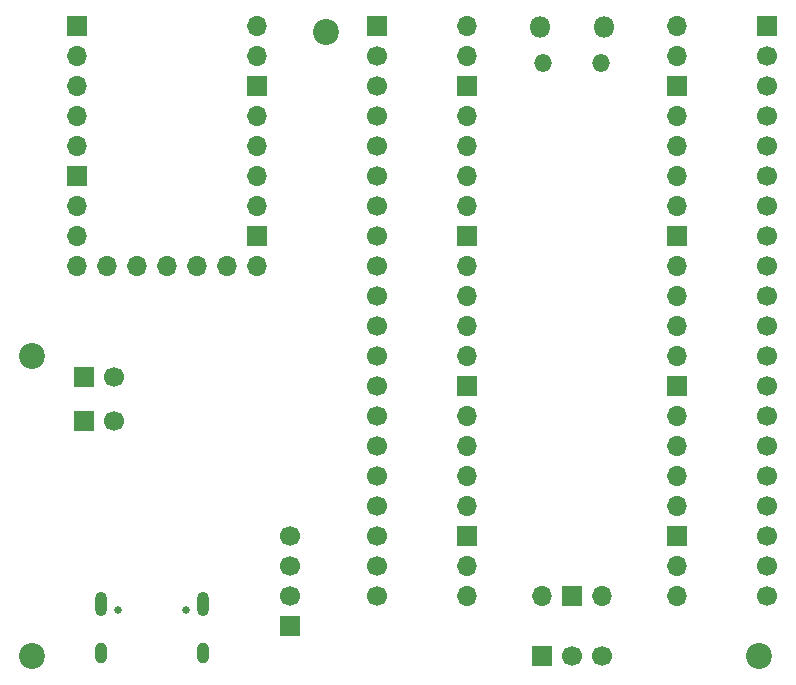
<source format=gbr>
%TF.GenerationSoftware,KiCad,Pcbnew,9.0.6*%
%TF.CreationDate,2025-11-14T19:52:51-08:00*%
%TF.ProjectId,SD-WSPICODB,53442d57-5350-4494-934f-44422e6b6963,R1.0*%
%TF.SameCoordinates,Original*%
%TF.FileFunction,Soldermask,Bot*%
%TF.FilePolarity,Negative*%
%FSLAX46Y46*%
G04 Gerber Fmt 4.6, Leading zero omitted, Abs format (unit mm)*
G04 Created by KiCad (PCBNEW 9.0.6) date 2025-11-14 19:52:51*
%MOMM*%
%LPD*%
G01*
G04 APERTURE LIST*
%ADD10R,1.700000X1.700000*%
%ADD11C,1.700000*%
%ADD12O,1.700000X1.700000*%
%ADD13C,2.200000*%
%ADD14O,1.800000X1.800000*%
%ADD15O,1.500000X1.500000*%
%ADD16C,0.650000*%
%ADD17O,1.000000X1.800000*%
%ADD18O,1.000000X2.100000*%
G04 APERTURE END LIST*
D10*
%TO.C,J4*%
X71750000Y-80530000D03*
D11*
X74290000Y-80530000D03*
%TD*%
D12*
%TO.C,U2*%
X86360000Y-50800000D03*
X86360000Y-53340000D03*
D10*
X86360000Y-55880000D03*
D12*
X86360000Y-58420000D03*
X86360000Y-60960000D03*
X86360000Y-63500000D03*
X86360000Y-66040000D03*
D10*
X86360000Y-68580000D03*
D12*
X86360000Y-71120000D03*
X83820000Y-71120000D03*
X81280000Y-71119999D03*
X78740000Y-71120001D03*
X76200000Y-71120000D03*
X73660000Y-71120000D03*
X71120000Y-71120000D03*
X71120000Y-68580000D03*
X71120000Y-66040000D03*
D10*
X71120000Y-63500000D03*
D12*
X71120000Y-60960000D03*
X71120000Y-58420000D03*
X71120000Y-55880000D03*
X71120000Y-53340000D03*
D10*
X71120000Y-50800000D03*
%TD*%
D13*
%TO.C,H3*%
X67310000Y-104140000D03*
%TD*%
D10*
%TO.C,J1*%
X96520000Y-50800000D03*
D11*
X96520000Y-53340000D03*
X96520000Y-55880000D03*
X96520000Y-58420000D03*
X96520000Y-60960000D03*
X96520000Y-63500000D03*
X96520000Y-66040000D03*
X96520000Y-68580000D03*
X96520000Y-71120000D03*
X96520000Y-73660000D03*
X96520000Y-76200000D03*
X96520000Y-78740000D03*
X96520000Y-81280000D03*
X96520000Y-83820000D03*
X96520000Y-86360000D03*
X96520000Y-88900000D03*
X96520000Y-91440000D03*
X96520000Y-93980000D03*
X96520000Y-96520000D03*
X96520000Y-99060000D03*
%TD*%
D14*
%TO.C,U1*%
X110305000Y-50930000D03*
D15*
X110605000Y-53960000D03*
X115455000Y-53960000D03*
D14*
X115755000Y-50930000D03*
D12*
X104140000Y-50800000D03*
X104140000Y-53340000D03*
D10*
X104140000Y-55880000D03*
D12*
X104140000Y-58420000D03*
X104140000Y-60960000D03*
X104140000Y-63500000D03*
X104140000Y-66040000D03*
D10*
X104140000Y-68580000D03*
D12*
X104140000Y-71120000D03*
X104140000Y-73660000D03*
X104140000Y-76200000D03*
X104140000Y-78740000D03*
D10*
X104140000Y-81280000D03*
D12*
X104140000Y-83820000D03*
X104140000Y-86360000D03*
X104140000Y-88900000D03*
X104140000Y-91440000D03*
D10*
X104140000Y-93980000D03*
D12*
X104140000Y-96520000D03*
X104140000Y-99060000D03*
X121920000Y-99060000D03*
X121920000Y-96520000D03*
D10*
X121920000Y-93980000D03*
D12*
X121920000Y-91440000D03*
X121920000Y-88900000D03*
X121920000Y-86360000D03*
X121920000Y-83820000D03*
D10*
X121920000Y-81280000D03*
D12*
X121920000Y-78740000D03*
X121920000Y-76200000D03*
X121920000Y-73660000D03*
X121920000Y-71120000D03*
D10*
X121920000Y-68580000D03*
D12*
X121920000Y-66040000D03*
X121920000Y-63500000D03*
X121920000Y-60960000D03*
X121920000Y-58420000D03*
D10*
X121920000Y-55880000D03*
D12*
X121920000Y-53340000D03*
X121920000Y-50800000D03*
X110494000Y-99100000D03*
D10*
X113034000Y-99100000D03*
D12*
X115574000Y-99100000D03*
%TD*%
D10*
%TO.C,J8*%
X129540000Y-50800000D03*
D11*
X129540000Y-53340000D03*
X129540000Y-55880000D03*
X129540000Y-58420000D03*
X129540000Y-60960000D03*
X129540000Y-63500000D03*
X129540000Y-66040000D03*
X129540000Y-68580000D03*
X129540000Y-71120000D03*
X129540000Y-73660000D03*
X129540000Y-76200000D03*
X129540000Y-78740000D03*
X129540000Y-81280000D03*
X129540000Y-83820000D03*
X129540000Y-86360000D03*
X129540000Y-88900000D03*
X129540000Y-91440000D03*
X129540000Y-93980000D03*
X129540000Y-96520000D03*
X129540000Y-99060000D03*
%TD*%
D10*
%TO.C,J3*%
X110490000Y-104140000D03*
D11*
X113030000Y-104140000D03*
X115569999Y-104140000D03*
%TD*%
D13*
%TO.C,H4*%
X128905000Y-104140000D03*
%TD*%
%TO.C,H2*%
X67310000Y-78740000D03*
%TD*%
%TO.C,H1*%
X92202000Y-51308000D03*
%TD*%
D10*
%TO.C,J2*%
X89154000Y-101600000D03*
D11*
X89154000Y-99060000D03*
X89154000Y-96520001D03*
X89154000Y-93980000D03*
%TD*%
D10*
%TO.C,J6*%
X71750000Y-84300000D03*
D11*
X74290000Y-84300000D03*
%TD*%
D16*
%TO.C,J5*%
X74585000Y-100260000D03*
X80365000Y-100260000D03*
D17*
X73155000Y-103940000D03*
X81795000Y-103940000D03*
D18*
X73155000Y-99760000D03*
X81795000Y-99760000D03*
%TD*%
M02*

</source>
